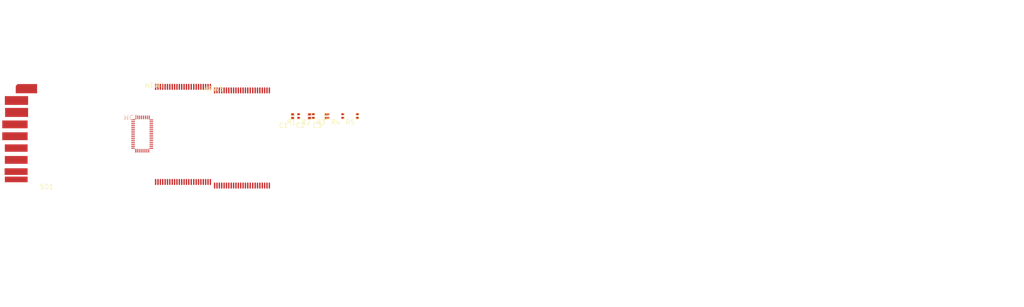
<source format=kicad_pcb>
(kicad_pcb (version 20241229) (generator "pcbnew") (generator_version "9.0")
  (layers (0 "F.Cu" signal) (2 "B.Cu" signal) (13 "F.Paste" user) (15 "B.Paste" user) (5 "F.SilkS" user "F.Silkscreen") (7 "B.SilkS" user "B.Silkscreen") (1 "F.Mask" user) (3 "B.Mask" user) (25 "Edge.Cuts" user))
  (net 0 "")
  (net 1 "GND{slash}GND")
  (net 2 "jmp7")
  (net 3 "DAT1{slash}X")
  (net 4 "jmp16")
  (net 6 "jmp28")
  (net 7 "jmp22")
  (net 8 "jmp24")
  (net 9 "DAT2{slash}X")
  (net 10 "jmp21")
  (net 11 "jmp27")
  (net 12 "jmp14")
  (net 14 "jmp31")
  (net 16 "jmp34")
  (net 17 "jmp32")
  (net 18 "jmp17")
  (net 19 "jmp30")
  (net 20 "jmp8")
  (net 21 "DAT3{slash}CS")
  (net 22 "jmp9")
  (net 23 "jmp29")
  (net 24 "jmp1")
  (net 25 "jmp11")
  (net 26 "jmp33")
  (net 27 "jmp12")
  (net 28 "jmp23")
  (net 29 "CMD{slash}DI")
  (net 30 "jmp19")
  (net 31 "jmp26")
  (net 33 "jmp25")
  (net 34 "jmp3")
  (net 35 "jmp18")
  (net 36 "jmp5")
  (net 37 "jmp20")
  (net 40 "jmp13")
  (net 41 "jmp6")
  (net 42 "jmp2")
  (net 43 "jmp15")
  (net 44 "DAT0{slash}DO")
  (net 45 "jmp10")
  (net 58 "jmp35")
  (net 61 "jmp4")
  (net 98 "CLK{slash}SCLK")
  (footprint "footprints:resistor1" (layer "F.Cu") (at 164.098 94.089)
    (property "Reference" "R5" (at 0 -0.5 0) (layer "F.SilkS") (effects (font (thickness 0.1))))
    (property "Value" "?R")
    (fp_rect (start 1.2 -2.45) (end 1.8 -1.2) (stroke (width 0.1)) (fill no) (layer "F.SilkS"))
    (fp_text user "R" (at 1.5 -1.825 0) (layer "F.SilkS") (effects (font (size 0.2 0.2) (thickness 0.05))))
    (pad "1" smd roundrect (at 1.500001 -2.2425) (size 0.6525 0.485) (layers "F.Cu" "F.Mask" "F.Paste") (roundrect_rratio 0.15) (net 41 "jmp6"))
    (pad "2" smd roundrect (at 1.5 -1.4) (size 0.652498 0.485) (layers "F.Cu" "F.Mask" "F.Paste") (roundrect_rratio 0.15) (net 36 "jmp5"))
  )
  (footprint "footprints:memory" (layer "F.Cu") (at 135.2405 85.9645)
    (property "Reference" "MEM2" (at 0 0.5 180) (layer "F.SilkS") (effects (font (thickness 0.1)) (justify mirror)))
    (property "Value" "~")
    (pad "1" smd rect (at 0.25 0.9) (size 0.3 1.3) (layers "F.Cu" "F.Mask" "F.Paste") (net 58 "jmp35"))
    (pad "2" smd oval (at 0.75 0.9) (size 0.3 1.3) (layers "F.Cu" "F.Mask" "F.Paste"))
    (pad "3" smd oval (at 1.25 0.9) (size 0.3 1.3) (layers "F.Cu" "F.Mask" "F.Paste"))
    (pad "4" smd oval (at 1.75 0.9) (size 0.3 1.3) (layers "F.Cu" "F.Mask" "F.Paste"))
    (pad "5" smd oval (at 2.25 0.9) (size 0.3 1.3) (layers "F.Cu" "F.Mask" "F.Paste"))
    (pad "6" smd oval (at 2.75 0.9) (size 0.3 1.3) (layers "F.Cu" "F.Mask" "F.Paste") (net 61 "jmp4"))
    (pad "7" smd oval (at 3.25 0.9) (size 0.3 1.3) (layers "F.Cu" "F.Mask" "F.Paste") (net 42 "jmp2"))
    (pad "8" smd oval (at 3.75 0.9) (size 0.3 1.3) (layers "F.Cu" "F.Mask" "F.Paste") (net 20 "jmp8"))
    (pad "9" smd oval (at 4.25 0.9) (size 0.3 1.3) (layers "F.Cu" "F.Mask" "F.Paste") (net 22 "jmp9"))
    (pad "10" smd oval (at 4.75 0.9) (size 0.3 1.3) (layers "F.Cu" "F.Mask" "F.Paste") (net 45 "jmp10"))
    (pad "11" smd oval (at 5.25 0.9) (size 0.3 1.3) (layers "F.Cu" "F.Mask" "F.Paste"))
    (pad "12" smd oval (at 5.75 0.9) (size 0.3 1.3) (layers "F.Cu" "F.Mask" "F.Paste") (net 3 "DAT1{slash}X"))
    (pad "13" smd oval (at 6.25 0.9) (size 0.3 1.3) (layers "F.Cu" "F.Mask" "F.Paste") (net 1 "GND{slash}GND"))
    (pad "14" smd oval (at 6.75 0.9) (size 0.3 1.3) (layers "F.Cu" "F.Mask" "F.Paste"))
    (pad "15" smd oval (at 7.25 0.9) (size 0.3 1.3) (layers "F.Cu" "F.Mask" "F.Paste"))
    (pad "16" smd oval (at 7.75 0.9) (size 0.3 1.3) (layers "F.Cu" "F.Mask" "F.Paste") (net 25 "jmp11"))
    (pad "17" smd oval (at 8.3 0.9) (size 0.3 1.3) (layers "F.Cu" "F.Mask" "F.Paste") (net 27 "jmp12"))
    (pad "18" smd oval (at 8.8 0.9) (size 0.3 1.3) (layers "F.Cu" "F.Mask" "F.Paste") (net 40 "jmp13"))
    (pad "19" smd oval (at 9.3 0.9) (size 0.3 1.3) (layers "F.Cu" "F.Mask" "F.Paste") (net 12 "jmp14"))
    (pad "20" smd oval (at 9.8 0.9) (size 0.3 1.3) (layers "F.Cu" "F.Mask" "F.Paste"))
    (pad "21" smd oval (at 10.3 0.9) (size 0.3 1.3) (layers "F.Cu" "F.Mask" "F.Paste"))
    (pad "22" smd oval (at 10.8 0.9) (size 0.3 1.3) (layers "F.Cu" "F.Mask" "F.Paste"))
    (pad "23" smd oval (at 11.3 0.9) (size 0.3 1.3) (layers "F.Cu" "F.Mask" "F.Paste"))
    (pad "24" smd oval (at 11.8 0.9) (size 0.3 1.3) (layers "F.Cu" "F.Mask" "F.Paste"))
    (pad "25" smd oval (at 11.8 21) (size 0.3 1.3) (layers "F.Cu" "F.Mask" "F.Paste"))
    (pad "26" smd oval (at 11.3 21) (size 0.3 1.3) (layers "F.Cu" "F.Mask" "F.Paste"))
    (pad "27" smd oval (at 10.8 21) (size 0.3 1.3) (layers "F.Cu" "F.Mask" "F.Paste"))
    (pad "28" smd oval (at 10.3 21) (size 0.3 1.3) (layers "F.Cu" "F.Mask" "F.Paste"))
    (pad "29" smd oval (at 9.8 21) (size 0.3 1.3) (layers "F.Cu" "F.Mask" "F.Paste") (net 11 "jmp27"))
    (pad "30" smd oval (at 9.3 21) (size 0.3 1.3) (layers "F.Cu" "F.Mask" "F.Paste") (net 6 "jmp28"))
    (pad "31" smd oval (at 8.8 21) (size 0.3 1.3) (layers "F.Cu" "F.Mask" "F.Paste") (net 23 "jmp29"))
    (pad "32" smd oval (at 8.3 21) (size 0.3 1.3) (layers "F.Cu" "F.Mask" "F.Paste") (net 19 "jmp30"))
    (pad "33" smd oval (at 7.75 21) (size 0.3 1.3) (layers "F.Cu" "F.Mask" "F.Paste"))
    (pad "34" smd oval (at 7.25 21) (size 0.3 1.3) (layers "F.Cu" "F.Mask" "F.Paste"))
    (pad "35" smd oval (at 6.75 21) (size 0.3 1.3) (layers "F.Cu" "F.Mask" "F.Paste"))
    (pad "36" smd oval (at 6.25 21) (size 0.3 1.3) (layers "F.Cu" "F.Mask" "F.Paste") (net 1 "GND{slash}GND"))
    (pad "37" smd oval (at 5.75 21) (size 0.3 1.3) (layers "F.Cu" "F.Mask" "F.Paste") (net 3 "DAT1{slash}X"))
    (pad "38" smd oval (at 5.25 21) (size 0.3 1.3) (layers "F.Cu" "F.Mask" "F.Paste") (net 1 "GND{slash}GND"))
    (pad "39" smd oval (at 4.75 21) (size 0.3 1.3) (layers "F.Cu" "F.Mask" "F.Paste"))
    (pad "40" smd oval (at 4.25 21) (size 0.3 1.3) (layers "F.Cu" "F.Mask" "F.Paste"))
    (pad "41" smd oval (at 3.75 21) (size 0.3 1.3) (layers "F.Cu" "F.Mask" "F.Paste") (net 14 "jmp31"))
    (pad "42" smd oval (at 3.25 21) (size 0.3 1.3) (layers "F.Cu" "F.Mask" "F.Paste") (net 17 "jmp32"))
    (pad "43" smd oval (at 2.75 21) (size 0.3 1.3) (layers "F.Cu" "F.Mask" "F.Paste") (net 26 "jmp33"))
    (pad "44" smd oval (at 2.25 21) (size 0.3 1.3) (layers "F.Cu" "F.Mask" "F.Paste") (net 16 "jmp34"))
    (pad "45" smd oval (at 1.75 21) (size 0.3 1.3) (layers "F.Cu" "F.Mask" "F.Paste"))
    (pad "46" smd oval (at 1.25 21) (size 0.3 1.3) (layers "F.Cu" "F.Mask" "F.Paste"))
    (pad "47" smd oval (at 0.75 21) (size 0.3 1.3) (layers "F.Cu" "F.Mask" "F.Paste"))
    (pad "48" smd oval (at 0.25 21) (size 0.3 1.3) (layers "F.Cu" "F.Mask" "F.Paste"))
  )
  (footprint "footprints:capacitor1" (layer "F.Cu") (at 150.048 94.764)
    (property "Reference" "C1" (at 0 -0.5 0) (layer "F.SilkS") (effects (font (thickness 0.1))))
    (property "Value" "C")
    (fp_rect (start 1.55 -3.1) (end 2.25 -1.8) (stroke (width 0.1)) (fill no) (layer "F.SilkS"))
    (fp_text user "C" (at 1.9 -2.45 0) (layer "F.SilkS") (effects (font (size 0.2 0.2) (thickness 0.025))))
    (pad "1" smd roundrect (at 1.9 -2.85375) (size 0.7025 0.4925) (layers "F.Cu" "F.Mask" "F.Paste") (roundrect_rratio 0.15) (net 2 "jmp7"))
    (pad "2" smd roundrect (at 1.9 -2.05) (size 0.7 0.5) (layers "F.Cu" "F.Mask" "F.Paste") (roundrect_rratio 0.15) (net 1 "GND{slash}GND"))
  )
  (footprint "footprints:memory" (layer "F.Cu") (at 122.798 85.206)
    (property "Reference" "MEM1" (at 0 0.5 180) (layer "F.SilkS") (effects (font (thickness 0.1)) (justify mirror)))
    (property "Value" "~")
    (pad "1" smd rect (at 0.25 0.9) (size 0.3 1.3) (layers "F.Cu" "F.Mask" "F.Paste") (net 58 "jmp35"))
    (pad "2" smd oval (at 0.75 0.9) (size 0.3 1.3) (layers "F.Cu" "F.Mask" "F.Paste"))
    (pad "3" smd oval (at 1.25 0.9) (size 0.3 1.3) (layers "F.Cu" "F.Mask" "F.Paste"))
    (pad "4" smd oval (at 1.75 0.9) (size 0.3 1.3) (layers "F.Cu" "F.Mask" "F.Paste"))
    (pad "5" smd oval (at 2.25 0.9) (size 0.3 1.3) (layers "F.Cu" "F.Mask" "F.Paste"))
    (pad "6" smd oval (at 2.75 0.9) (size 0.3 1.3) (layers "F.Cu" "F.Mask" "F.Paste") (net 61 "jmp4"))
    (pad "7" smd oval (at 3.25 0.9) (size 0.3 1.3) (layers "F.Cu" "F.Mask" "F.Paste") (net 42 "jmp2"))
    (pad "8" smd oval (at 3.75 0.9) (size 0.3 1.3) (layers "F.Cu" "F.Mask" "F.Paste") (net 43 "jmp15"))
    (pad "9" smd oval (at 4.25 0.9) (size 0.3 1.3) (layers "F.Cu" "F.Mask" "F.Paste") (net 22 "jmp9"))
    (pad "10" smd oval (at 4.75 0.9) (size 0.3 1.3) (layers "F.Cu" "F.Mask" "F.Paste") (net 45 "jmp10"))
    (pad "11" smd oval (at 5.25 0.9) (size 0.3 1.3) (layers "F.Cu" "F.Mask" "F.Paste"))
    (pad "12" smd oval (at 5.75 0.9) (size 0.3 1.3) (layers "F.Cu" "F.Mask" "F.Paste") (net 3 "DAT1{slash}X"))
    (pad "13" smd oval (at 6.25 0.9) (size 0.3 1.3) (layers "F.Cu" "F.Mask" "F.Paste") (net 1 "GND{slash}GND"))
    (pad "14" smd oval (at 6.75 0.9) (size 0.3 1.3) (layers "F.Cu" "F.Mask" "F.Paste"))
    (pad "15" smd oval (at 7.25 0.9) (size 0.3 1.3) (layers "F.Cu" "F.Mask" "F.Paste"))
    (pad "16" smd oval (at 7.75 0.9) (size 0.3 1.3) (layers "F.Cu" "F.Mask" "F.Paste") (net 4 "jmp16"))
    (pad "17" smd oval (at 8.3 0.9) (size 0.3 1.3) (layers "F.Cu" "F.Mask" "F.Paste") (net 18 "jmp17"))
    (pad "18" smd oval (at 8.8 0.9) (size 0.3 1.3) (layers "F.Cu" "F.Mask" "F.Paste") (net 35 "jmp18"))
    (pad "19" smd oval (at 9.3 0.9) (size 0.3 1.3) (layers "F.Cu" "F.Mask" "F.Paste") (net 12 "jmp14"))
    (pad "20" smd oval (at 9.8 0.9) (size 0.3 1.3) (layers "F.Cu" "F.Mask" "F.Paste"))
    (pad "21" smd oval (at 10.3 0.9) (size 0.3 1.3) (layers "F.Cu" "F.Mask" "F.Paste"))
    (pad "22" smd oval (at 10.8 0.9) (size 0.3 1.3) (layers "F.Cu" "F.Mask" "F.Paste"))
    (pad "23" smd oval (at 11.3 0.9) (size 0.3 1.3) (layers "F.Cu" "F.Mask" "F.Paste"))
    (pad "24" smd oval (at 11.8 0.9) (size 0.3 1.3) (layers "F.Cu" "F.Mask" "F.Paste"))
    (pad "25" smd oval (at 11.8 21) (size 0.3 1.3) (layers "F.Cu" "F.Mask" "F.Paste"))
    (pad "26" smd oval (at 11.3 21) (size 0.3 1.3) (layers "F.Cu" "F.Mask" "F.Paste"))
    (pad "27" smd oval (at 10.8 21) (size 0.3 1.3) (layers "F.Cu" "F.Mask" "F.Paste"))
    (pad "28" smd oval (at 10.3 21) (size 0.3 1.3) (layers "F.Cu" "F.Mask" "F.Paste"))
    (pad "29" smd oval (at 9.8 21) (size 0.3 1.3) (layers "F.Cu" "F.Mask" "F.Paste") (net 30 "jmp19"))
    (pad "30" smd oval (at 9.3 21) (size 0.3 1.3) (layers "F.Cu" "F.Mask" "F.Paste") (net 37 "jmp20"))
    (pad "31" smd oval (at 8.8 21) (size 0.3 1.3) (layers "F.Cu" "F.Mask" "F.Paste") (net 10 "jmp21"))
    (pad "32" smd oval (at 8.3 21) (size 0.3 1.3) (layers "F.Cu" "F.Mask" "F.Paste") (net 7 "jmp22"))
    (pad "33" smd oval (at 7.75 21) (size 0.3 1.3) (layers "F.Cu" "F.Mask" "F.Paste"))
    (pad "34" smd oval (at 7.25 21) (size 0.3 1.3) (layers "F.Cu" "F.Mask" "F.Paste"))
    (pad "35" smd oval (at 6.75 21) (size 0.3 1.3) (layers "F.Cu" "F.Mask" "F.Paste"))
    (pad "36" smd oval (at 6.25 21) (size 0.3 1.3) (layers "F.Cu" "F.Mask" "F.Paste") (net 1 "GND{slash}GND"))
    (pad "37" smd oval (at 5.75 21) (size 0.3 1.3) (layers "F.Cu" "F.Mask" "F.Paste") (net 3 "DAT1{slash}X"))
    (pad "38" smd oval (at 5.25 21) (size 0.3 1.3) (layers "F.Cu" "F.Mask" "F.Paste") (net 1 "GND{slash}GND"))
    (pad "39" smd oval (at 4.75 21) (size 0.3 1.3) (layers "F.Cu" "F.Mask" "F.Paste"))
    (pad "40" smd oval (at 4.25 21) (size 0.3 1.3) (layers "F.Cu" "F.Mask" "F.Paste"))
    (pad "41" smd oval (at 3.75 21) (size 0.3 1.3) (layers "F.Cu" "F.Mask" "F.Paste") (net 28 "jmp23"))
    (pad "42" smd oval (at 3.25 21) (size 0.3 1.3) (layers "F.Cu" "F.Mask" "F.Paste") (net 8 "jmp24"))
    (pad "43" smd oval (at 2.75 21) (size 0.3 1.3) (layers "F.Cu" "F.Mask" "F.Paste") (net 33 "jmp25"))
    (pad "44" smd oval (at 2.25 21) (size 0.3 1.3) (layers "F.Cu" "F.Mask" "F.Paste") (net 31 "jmp26"))
    (pad "45" smd oval (at 1.75 21) (size 0.3 1.3) (layers "F.Cu" "F.Mask" "F.Paste"))
    (pad "46" smd oval (at 1.25 21) (size 0.3 1.3) (layers "F.Cu" "F.Mask" "F.Paste"))
    (pad "47" smd oval (at 0.75 21) (size 0.3 1.3) (layers "F.Cu" "F.Mask" "F.Paste"))
    (pad "48" smd oval (at 0.25 21) (size 0.3 1.3) (layers "F.Cu" "F.Mask" "F.Paste"))
  )
  (footprint "footprints:capacitor1" (layer "F.Cu") (at 157.148 94.764)
    (property "Reference" "C3" (at 0 -0.5 0) (layer "F.SilkS") (effects (font (thickness 0.1))))
    (property "Value" "C")
    (fp_rect (start 1.55 -3.1) (end 2.25 -1.8) (stroke (width 0.1)) (fill no) (layer "F.SilkS"))
    (fp_text user "C" (at 1.9 -2.45 0) (layer "F.SilkS") (effects (font (size 0.2 0.2) (thickness 0.025))))
    (pad "1" smd roundrect (at 1.9 -2.85375) (size 0.7025 0.4925) (layers "F.Cu" "F.Mask" "F.Paste") (roundrect_rratio 0.15) (net 3 "DAT1{slash}X"))
    (pad "2" smd roundrect (at 1.9 -2.05) (size 0.7 0.5) (layers "F.Cu" "F.Mask" "F.Paste") (roundrect_rratio 0.15) (net 1 "GND{slash}GND"))
  )
  (footprint "footprints:resistor1" (layer "F.Cu") (at 154.798 94.089)
    (property "Reference" "R2" (at 0 -0.5 0) (layer "F.SilkS") (effects (font (thickness 0.1))))
    (property "Value" ">~1000R")
    (fp_rect (start 1.2 -2.45) (end 1.8 -1.2) (stroke (width 0.1)) (fill no) (layer "F.SilkS"))
    (fp_text user "R" (at 1.5 -1.825 0) (layer "F.SilkS") (effects (font (size 0.2 0.2) (thickness 0.05))))
    (pad "1" smd roundrect (at 1.500001 -2.2425) (size 0.6525 0.485) (layers "F.Cu" "F.Mask" "F.Paste") (roundrect_rratio 0.15) (net 42 "jmp2"))
    (pad "2" smd roundrect (at 1.5 -1.4) (size 0.652498 0.485) (layers "F.Cu" "F.Mask" "F.Paste") (roundrect_rratio 0.15) (net 3 "DAT1{slash}X"))
  )
  (footprint "footprints:resistor1" (layer "F.Cu") (at 157.898 94.089)
    (property "Reference" "R3" (at 0 -0.5 0) (layer "F.SilkS") (effects (font (thickness 0.1))))
    (property "Value" "~1000R")
    (fp_rect (start 1.2 -2.45) (end 1.8 -1.2) (stroke (width 0.1)) (fill no) (layer "F.SilkS"))
    (fp_text user "R" (at 1.5 -1.825 0) (layer "F.SilkS") (effects (font (size 0.2 0.2) (thickness 0.05))))
    (pad "1" smd roundrect (at 1.500001 -2.2425) (size 0.6525 0.485) (layers "F.Cu" "F.Mask" "F.Paste") (roundrect_rratio 0.15) (net 34 "jmp3"))
    (pad "2" smd roundrect (at 1.5 -1.4) (size 0.652498 0.485) (layers "F.Cu" "F.Mask" "F.Paste") (roundrect_rratio 0.15) (net 3 "DAT1{slash}X"))
  )
  (footprint "footprints:capacitor1" (layer "F.Cu") (at 153.598 94.764)
    (property "Reference" "C2" (at 0 -0.5 0) (layer "F.SilkS") (effects (font (thickness 0.1))))
    (property "Value" "C")
    (fp_rect (start 1.55 -3.1) (end 2.25 -1.8) (stroke (width 0.1)) (fill no) (layer "F.SilkS"))
    (fp_text user "C" (at 1.9 -2.45 0) (layer "F.SilkS") (effects (font (size 0.2 0.2) (thickness 0.025))))
    (pad "1" smd roundrect (at 1.9 -2.85375) (size 0.7025 0.4925) (layers "F.Cu" "F.Mask" "F.Paste") (roundrect_rratio 0.15) (net 3 "DAT1{slash}X"))
    (pad "2" smd roundrect (at 1.9 -2.05) (size 0.7 0.5) (layers "F.Cu" "F.Mask" "F.Paste") (roundrect_rratio 0.15) (net 1 "GND{slash}GND"))
  )
  (footprint "footprints:resistor1" (layer "F.Cu") (at 160.998 94.089)
    (property "Reference" "R4" (at 0 -0.5 0) (layer "F.SilkS") (effects (font (thickness 0.1))))
    (property "Value" "~15R")
    (fp_rect (start 1.2 -2.45) (end 1.8 -1.2) (stroke (width 0.1)) (fill no) (layer "F.SilkS"))
    (fp_text user "R" (at 1.5 -1.825 0) (layer "F.SilkS") (effects (font (size 0.2 0.2) (thickness 0.05))))
    (pad "1" smd roundrect (at 1.500001 -2.2425) (size 0.6525 0.485) (layers "F.Cu" "F.Mask" "F.Paste") (roundrect_rratio 0.15) (net 61 "jmp4"))
    (pad "2" smd roundrect (at 1.5 -1.4) (size 0.652498 0.485) (layers "F.Cu" "F.Mask" "F.Paste") (roundrect_rratio 0.15) (net 1 "GND{slash}GND"))
  )
  (footprint "footprints:resistor1" (layer "F.Cu") (at 151.698 94.089)
    (property "Reference" "R1" (at 0 -0.5 0) (layer "F.SilkS") (effects (font (thickness 0.1))))
    (property "Value" "32~35R")
    (fp_rect (start 1.2 -2.45) (end 1.8 -1.2) (stroke (width 0.1)) (fill no) (layer "F.SilkS"))
    (fp_text user "R" (at 1.5 -1.825 0) (layer "F.SilkS") (effects (font (size 0.2 0.2) (thickness 0.05))))
    (pad "1" smd roundrect (at 1.500001 -2.2425) (size 0.6525 0.485) (layers "F.Cu" "F.Mask" "F.Paste") (roundrect_rratio 0.15) (net 98 "CLK{slash}SCLK"))
    (pad "2" smd roundrect (at 1.5 -1.4) (size 0.652498 0.485) (layers "F.Cu" "F.Mask" "F.Paste") (roundrect_rratio 0.15) (net 24 "jmp1"))
  )
  (footprint "footprints:sdCard" (layer "F.Cu") (at 90.47 108.87)
    (property "Reference" "SD1" (at 9.6 -1.65 0) (layer "F.SilkS") (effects (font (thickness 0.1))))
    (property "Value" "~")
    (pad "1" smd roundrect (at 5.325 -22.375) (size 4.499998 1.95) (layers "F.Cu" "F.Mask" "F.Paste") (roundrect_rratio 0) (chamfer_ratio 0.2) (chamfer top_left) (net 21 "DAT3{slash}CS"))
    (pad "2" smd rect (at 3.225001 -19.875) (size 4.9 1.85) (layers "F.Cu" "F.Mask" "F.Paste") (net 29 "CMD{slash}DI"))
    (pad "3" smd rect (at 3.25 -17.35) (size 4.849998 1.9) (layers "F.Cu" "F.Mask" "F.Paste") (net 1 "GND{slash}GND"))
    (pad "4" smd rect (at 2.9 -14.825) (size 5.349998 1.65) (layers "F.Cu" "F.Mask" "F.Paste") (net 3 "DAT1{slash}X"))
    (pad "5" smd rect (at 2.9 -12.325) (size 5.349998 1.65) (layers "F.Cu" "F.Mask" "F.Paste") (net 98 "CLK{slash}SCLK"))
    (pad "6" smd rect (at 3.175 -9.825) (size 4.799998 1.55) (layers "F.Cu" "F.Mask" "F.Paste") (net 1 "GND{slash}GND"))
    (pad "7" smd rect (at 3.175 -7.325) (size 4.799998 1.65) (layers "F.Cu" "F.Mask" "F.Paste") (net 44 "DAT0{slash}DO"))
    (pad "8" smd rect (at 3.15 -4.85) (size 4.849998 1.4) (layers "F.Cu" "F.Mask" "F.Paste") (net 3 "DAT1{slash}X"))
    (pad "9" smd rect (at 3.175 -3.2) (size 4.799998 1.2) (layers "F.Cu" "F.Mask" "F.Paste"))
  )
  (footprint "footprints:mc" (layer "B.Cu") (at 117.8415 92.0605)
    (property "Reference" "MC1" (at 0 0.5 180) (layer "B.SilkS") (effects (font (thickness 0.1)) (justify mirror)))
    (property "Value" "~")
    (pad "1" smd rect (at 1.05 0.5 270) (size 0.77625 0.185) (layers "F.Cu" "B.Mask" "B.Paste") (net 36 "jmp5"))
    (pad "2" smd roundrect (at 1.45 0.5 270) (size 0.77625 0.185) (layers "F.Cu" "B.Mask" "B.Paste") (net 2 "jmp7"))
    (pad "3" smd roundrect (at 1.85 0.5 270) (size 0.77625 0.185) (layers "F.Cu" "B.Mask" "B.Paste") (net 34 "jmp3"))
    (pad "4" smd roundrect (at 2.25 0.5 270) (size 0.77625 0.185) (layers "F.Cu" "B.Mask" "B.Paste") (net 42 "jmp2"))
    (pad "5" smd roundrect (at 2.65 0.5 270) (size 0.77625 0.185) (layers "F.Cu" "B.Mask" "B.Paste") (net 20 "jmp8"))
    (pad "6" smd roundrect (at 3.05 0.5 270) (size 0.77625 0.185) (layers "F.Cu" "B.Mask" "B.Paste") (net 22 "jmp9"))
    (pad "7" smd roundrect (at 3.45 0.5 270) (size 0.77625 0.185) (layers "F.Cu" "B.Mask" "B.Paste") (net 45 "jmp10"))
    (pad "8" smd roundrect (at 3.85 0.5 270) (size 0.77625 0.185) (layers "F.Cu" "B.Mask" "B.Paste") (net 25 "jmp11"))
    (pad "9" smd roundrect (at 4.3 1.05) (size 0.77625 0.185) (layers "F.Cu" "B.Mask" "B.Paste") (net 27 "jmp12"))
    (pad "10" smd roundrect (at 4.3 1.45) (size 0.77625 0.185) (layers "F.Cu" "B.Mask" "B.Paste") (net 40 "jmp13"))
    (pad "11" smd roundrect (at 4.3 1.85) (size 0.77625 0.185) (layers "F.Cu" "B.Mask" "B.Paste") (net 12 "jmp14"))
    (pad "12" smd roundrect (at 4.3 2.25) (size 0.77625 0.185) (layers "F.Cu" "B.Mask" "B.Paste") (net 43 "jmp15"))
    (pad "13" smd roundrect (at 4.3 2.65) (size 0.77625 0.185) (layers "F.Cu" "B.Mask" "B.Paste") (net 4 "jmp16"))
    (pad "14" smd roundrect (at 4.3 3.05) (size 0.77625 0.185) (layers "F.Cu" "B.Mask" "B.Paste") (net 18 "jmp17"))
    (pad "15" smd roundrect (at 4.3 3.45) (size 0.77625 0.185) (layers "F.Cu" "B.Mask" "B.Paste") (net 35 "jmp18"))
    (pad "16" smd roundrect (at 4.3 3.85) (size 0.77625 0.185) (layers "F.Cu" "B.Mask" "B.Paste") (net 30 "jmp19"))
    (pad "17" smd roundrect (at 4.3 4.25) (size 0.77625 0.185) (layers "F.Cu" "B.Mask" "B.Paste") (net 37 "jmp20"))
    (pad "18" smd roundrect (at 4.3 4.65) (size 0.77625 0.185) (layers "F.Cu" "B.Mask" "B.Paste") (net 10 "jmp21"))
    (pad "19" smd roundrect (at 4.3 5.05) (size 0.77625 0.185) (layers "F.Cu" "B.Mask" "B.Paste") (net 7 "jmp22"))
    (pad "20" smd roundrect (at 4.3 5.45) (size 0.77625 0.185) (layers "F.Cu" "B.Mask" "B.Paste") (net 28 "jmp23"))
    (pad "21" smd roundrect (at 4.3 5.85) (size 0.77625 0.185) (layers "F.Cu" "B.Mask" "B.Paste") (net 8 "jmp24"))
    (pad "22" smd roundrect (at 4.3 6.25) (size 0.77625 0.185) (layers "F.Cu" "B.Mask" "B.Paste") (net 33 "jmp25"))
    (pad "23" smd roundrect (at 4.3 6.65) (size 0.77625 0.185) (layers "F.Cu" "B.Mask" "B.Paste") (net 31 "jmp26"))
    (pad "24" smd roundrect (at 4.3 7.05) (size 0.77625 0.185) (layers "F.Cu" "B.Mask" "B.Paste") (net 11 "jmp27"))
    (pad "25" smd roundrect (at 3.75 7.55 270) (size 0.77625 0.185) (layers "F.Cu" "B.Mask" "B.Paste") (net 6 "jmp28"))
    (pad "26" smd roundrect (at 3.35 7.55 270) (size 0.77625 0.185) (layers "F.Cu" "B.Mask" "B.Paste") (net 23 "jmp29"))
    (pad "27" smd roundrect (at 2.95 7.55 270) (size 0.77625 0.185) (layers "F.Cu" "B.Mask" "B.Paste") (net 19 "jmp30"))
    (pad "28" smd roundrect (at 2.55 7.55 270) (size 0.77625 0.185) (layers "F.Cu" "B.Mask" "B.Paste") (net 14 "jmp31"))
    (pad "29" smd roundrect (at 2.15 7.55 270) (size 0.77625 0.185) (layers "F.Cu" "B.Mask" "B.Paste") (net 17 "jmp32"))
    (pad "30" smd roundrect (at 1.75 7.55 270) (size 0.77625 0.185) (layers "F.Cu" "B.Mask" "B.Paste") (net 26 "jmp33"))
    (pad "31" smd roundrect (at 1.35 7.55 270) (size 0.77625 0.185) (layers "F.Cu" "B.Mask" "B.Paste") (net 16 "jmp34"))
    (pad "32" smd roundrect (at 1 7.55 270) (size 0.77625 0.185) (layers "F.Cu" "B.Mask" "B.Paste") (net 9 "DAT2{slash}X"))
    (pad "33" smd roundrect (at 0.45 7) (size 0.77625 0.185) (layers "F.Cu" "B.Mask" "B.Paste") (net 21 "DAT3{slash}CS"))
    (pad "34" smd roundrect (at 0.45 6.6) (size 0.77625 0.185) (layers "F.Cu" "B.Mask" "B.Paste"))
    (pad "35" smd roundrect (at 0.45 6.2) (size 0.77625 0.185) (layers "F.Cu" "B.Mask" "B.Paste") (net 29 "CMD{slash}DI"))
    (pad "36" smd roundrect (at 0.45 5.8) (size 0.77625 0.185) (layers "F.Cu" "B.Mask" "B.Paste"))
    (pad "37" smd roundrect (at 0.45 5.4) (size 0.77625 0.185) (layers "F.Cu" "B.Mask" "B.Paste") (net 1 "GND{slash}GND"))
    (pad "38" smd roundrect (at 0.45 5) (size 0.77625 0.185) (layers "F.Cu" "B.Mask" "B.Paste") (net 1 "GND{slash}GND"))
    (pad "39" smd roundrect (at 0.45 4.6) (size 0.77625 0.185) (layers "F.Cu" "B.Mask" "B.Paste") (net 1 "GND{slash}GND"))
    (pad "40" smd roundrect (at 0.45 4.2) (size 0.77625 0.185) (layers "F.Cu" "B.Mask" "B.Paste"))
    (pad "41" smd roundrect (at 0.45 3.8) (size 0.77625 0.185) (layers "F.Cu" "B.Mask" "B.Paste"))
    (pad "42" smd roundrect (at 0.45 3.4) (size 0.77625 0.185) (layers "F.Cu" "B.Mask" "B.Paste") (net 41 "jmp6"))
    (pad "43" smd roundrect (at 0.45 3) (size 0.77625 0.185) (layers "F.Cu" "B.Mask" "B.Paste") (net 3 "DAT1{slash}X"))
    (pad "44" smd roundrect (at 0.45 2.6) (size 0.77625 0.185) (layers "F.Cu" "B.Mask" "B.Paste") (net 3 "DAT1{slash}X"))
    (pad "45" smd roundrect (at 0.45 2.2) (size 0.77625 0.185) (layers "F.Cu" "B.Mask" "B.Paste") (net 24 "jmp1"))
    (pad "46" smd roundrect (at 0.45 1.8) (size 0.77625 0.185) (layers "F.Cu" "B.Mask" "B.Paste"))
    (pad "47" smd roundrect (at 0.45 1.4) (size 0.77625 0.185) (layers "F.Cu" "B.Mask" "B.Paste"))
    (pad "48" smd roundrect (at 0.45 1) (size 0.77625 0.185) (layers "F.Cu" "B.Mask" "B.Paste") (net 44 "DAT0{slash}DO"))
  )
)
</source>
